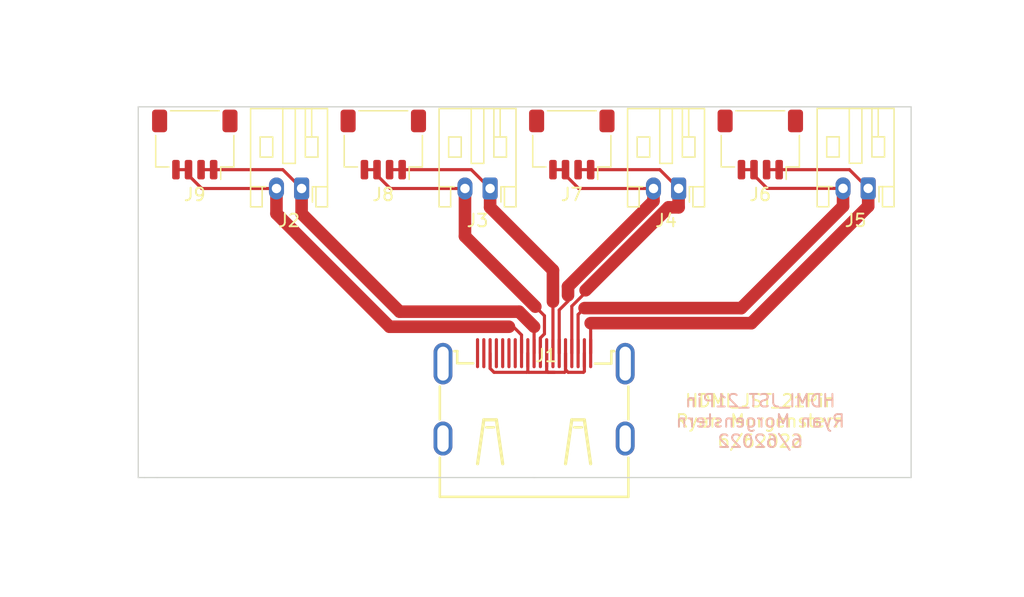
<source format=kicad_pcb>
(kicad_pcb (version 20211014) (generator pcbnew)
  (layers (0 "F.Cu" signal) (31 "B.Cu" signal) (34 "B.Paste" user) (35 "F.Paste" user) (36 "B.SilkS" user "B.Silkscreen") (37 "F.SilkS" user "F.Silkscreen") (38 "B.Mask" user) (39 "F.Mask" user) (44 "Edge.Cuts" user))
  (net 0 "")
  (net 1 "Net-(J1-Pad1)")
  (net 2 "GND")
  (net 3 "Net-(J1-Pad3)")
  (net 4 "Net-(J1-Pad4)")
  (net 5 "Net-(J1-Pad6)")
  (net 6 "Net-(J1-Pad7)")
  (net 7 "Net-(J1-Pad9)")
  (net 8 "Net-(J1-Pad10)")
  (net 9 "Net-(J1-Pad12)")
  (footprint "Connector_JST:JST_SH_SM04B-SRSS-TB_1x04-1MP_P1.00mm_Horizontal" (layer "F.Cu") (at -27 -20 180)
    (fp_text reference "J9" (at 0 -3.98) (layer "F.SilkS"))
    (fp_text value "Conn_01x04")
    (fp_line (start 3.11 0.715) (end 3.11 -1.785) (layer "F.SilkS") (width 0.12))
    (fp_line (start -2.06 -1.785) (end -2.06 -2.775) (layer "F.SilkS") (width 0.12))
    (fp_line (start -3.11 -1.785) (end -2.06 -1.785) (layer "F.SilkS") (width 0.12))
    (fp_line (start 3.11 -1.785) (end 2.06 -1.785) (layer "F.SilkS") (width 0.12))
    (fp_line (start -3.11 0.715) (end -3.11 -1.785) (layer "F.SilkS") (width 0.12))
    (fp_line (start -1.94 2.685) (end 1.94 2.685) (layer "F.SilkS") (width 0.12))
    (pad "1" smd roundrect (at -1.5 -2 180) (size 0.6 1.55) (layers "F.Cu" "F.Paste" "F.Mask") (net 8 "Net-(J1-Pad10)"))
    (pad "2" smd roundrect (at -0.5 -2 180) (size 0.6 1.55) (layers "F.Cu" "F.Paste" "F.Mask") (net 8 "Net-(J1-Pad10)"))
    (pad "3" smd roundrect (at 0.5 -2 180) (size 0.6 1.55) (layers "F.Cu" "F.Paste" "F.Mask") (net 9 "Net-(J1-Pad12)"))
    (pad "4" smd roundrect (at 1.5 -2 180) (size 0.6 1.55) (layers "F.Cu" "F.Paste" "F.Mask") (net 9 "Net-(J1-Pad12)"))
    (pad "MP" smd roundrect (at 2.8 1.875 180) (size 1.2 1.8) (layers "F.Cu" "F.Paste" "F.Mask") (roundrect_rratio 0.2083333333))
    (pad "MP" smd roundrect (at -2.8 1.875 180) (size 1.2 1.8) (layers "F.Cu" "F.Paste" "F.Mask") (roundrect_rratio 0.2083333333))
  )
  (footprint "Connector_JST:JST_PH_S2B-PH-K_1x02_P2.00mm_Horizontal" (layer "F.Cu") (at -18.5 -16.5 180)
    (fp_text reference "J2" (at 1 -2.55) (layer "F.SilkS"))
    (fp_text value "Conn_01x02")
    (fp_line (start -1.14 -1.46) (end -2.06 -1.46) (layer "F.SilkS") (width 0.12))
    (fp_line (start 1.5 2) (end 1.5 6.36) (layer "F.SilkS") (width 0.12))
    (fp_line (start 3.14 0.14) (end 2.86 0.14) (layer "F.SilkS") (width 0.12))
    (fp_line (start -1.3 2.5) (end -1.3 4.1) (layer "F.SilkS") (width 0.12))
    (fp_line (start 4.06 0.14) (end 3.14 0.14) (layer "F.SilkS") (width 0.12))
    (fp_line (start -0.86 0.14) (end -1.14 0.14) (layer "F.SilkS") (width 0.12))
    (fp_line (start 0.5 2) (end 1.5 2) (layer "F.SilkS") (width 0.12))
    (fp_line (start -0.3 2.5) (end -1.3 2.5) (layer "F.SilkS") (width 0.12))
    (fp_line (start -2.06 0.14) (end -1.14 0.14) (layer "F.SilkS") (width 0.12))
    (fp_line (start -1.14 0.14) (end -1.14 -1.46) (layer "F.SilkS") (width 0.12))
    (fp_line (start -0.3 4.1) (end -0.3 2.5) (layer "F.SilkS") (width 0.12))
    (fp_line (start -2.06 -1.46) (end -2.06 6.36) (layer "F.SilkS") (width 0.12))
    (fp_line (start 2.3 2.5) (end 3.3 2.5) (layer "F.SilkS") (width 0.12))
    (fp_line (start 3.3 4.1) (end 2.3 4.1) (layer "F.SilkS") (width 0.12))
    (fp_line (start -1.3 4.1) (end -0.3 4.1) (layer "F.SilkS") (width 0.12))
    (fp_line (start -0.86 0.14) (end -0.86 -1.075) (layer "F.SilkS") (width 0.12))
    (fp_line (start -0.8 4.1) (end -0.8 6.36) (layer "F.SilkS") (width 0.12))
    (fp_line (start 3.14 -1.46) (end 3.14 0.14) (layer "F.SilkS") (width 0.12))
    (fp_line (start 4.06 -1.46) (end 3.14 -1.46) (layer "F.SilkS") (width 0.12))
    (fp_line (start 3.3 2.5) (end 3.3 4.1) (layer "F.SilkS") (width 0.12))
    (fp_line (start -2.06 6.36) (end 4.06 6.36) (layer "F.SilkS") (width 0.12))
    (fp_line (start -0.3 4.1) (end -0.3 6.36) (layer "F.SilkS") (width 0.12))
    (fp_line (start 0.5 6.36) (end 0.5 2) (layer "F.SilkS") (width 0.12))
    (fp_line (start 2.3 4.1) (end 2.3 2.5) (layer "F.SilkS") (width 0.12))
    (fp_line (start 4.06 6.36) (end 4.06 -1.46) (layer "F.SilkS") (width 0.12))
    (pad "1" thru_hole roundrect (at 0 0 180) (size 1.2 1.75) (drill 0.75) (layers *.Cu *.Mask) (roundrect_rratio 0.2083333333) (net 8 "Net-(J1-Pad10)"))
    (pad "2" thru_hole oval (at 2 0 180) (size 1.2 1.75) (drill 0.75) (layers *.Cu *.Mask) (net 9 "Net-(J1-Pad12)"))
  )
  (footprint "Connector_JST:JST_PH_S2B-PH-K_1x02_P2.00mm_Horizontal" (layer "F.Cu") (at 26.584 -16.509 180)
    (fp_text reference "J5" (at 1 -2.55) (layer "F.SilkS"))
    (fp_text value "Conn_01x02")
    (fp_line (start -1.3 4.1) (end -0.3 4.1) (layer "F.SilkS") (width 0.12))
    (fp_line (start 4.06 0.14) (end 3.14 0.14) (layer "F.SilkS") (width 0.12))
    (fp_line (start 4.06 6.36) (end 4.06 -1.46) (layer "F.SilkS") (width 0.12))
    (fp_line (start -0.86 0.14) (end -1.14 0.14) (layer "F.SilkS") (width 0.12))
    (fp_line (start -1.3 2.5) (end -1.3 4.1) (layer "F.SilkS") (width 0.12))
    (fp_line (start 2.3 4.1) (end 2.3 2.5) (layer "F.SilkS") (width 0.12))
    (fp_line (start 3.14 -1.46) (end 3.14 0.14) (layer "F.SilkS") (width 0.12))
    (fp_line (start 0.5 2) (end 1.5 2) (layer "F.SilkS") (width 0.12))
    (fp_line (start 4.06 -1.46) (end 3.14 -1.46) (layer "F.SilkS") (width 0.12))
    (fp_line (start -0.3 2.5) (end -1.3 2.5) (layer "F.SilkS") (width 0.12))
    (fp_line (start 3.3 4.1) (end 2.3 4.1) (layer "F.SilkS") (width 0.12))
    (fp_line (start -1.14 0.14) (end -1.14 -1.46) (layer "F.SilkS") (width 0.12))
    (fp_line (start -0.86 0.14) (end -0.86 -1.075) (layer "F.SilkS") (width 0.12))
    (fp_line (start -0.3 4.1) (end -0.3 2.5) (layer "F.SilkS") (width 0.12))
    (fp_line (start 3.14 0.14) (end 2.86 0.14) (layer "F.SilkS") (width 0.12))
    (fp_line (start 2.3 2.5) (end 3.3 2.5) (layer "F.SilkS") (width 0.12))
    (fp_line (start -2.06 6.36) (end 4.06 6.36) (layer "F.SilkS") (width 0.12))
    (fp_line (start -2.06 0.14) (end -1.14 0.14) (layer "F.SilkS") (width 0.12))
    (fp_line (start 1.5 2) (end 1.5 6.36) (layer "F.SilkS") (width 0.12))
    (fp_line (start -2.06 -1.46) (end -2.06 6.36) (layer "F.SilkS") (width 0.12))
    (fp_line (start -0.3 4.1) (end -0.3 6.36) (layer "F.SilkS") (width 0.12))
    (fp_line (start -1.14 -1.46) (end -2.06 -1.46) (layer "F.SilkS") (width 0.12))
    (fp_line (start 0.5 6.36) (end 0.5 2) (layer "F.SilkS") (width 0.12))
    (fp_line (start -0.8 4.1) (end -0.8 6.36) (layer "F.SilkS") (width 0.12))
    (fp_line (start 3.3 2.5) (end 3.3 4.1) (layer "F.SilkS") (width 0.12))
    (pad "1" thru_hole roundrect (at 0 0 180) (size 1.2 1.75) (drill 0.75) (layers *.Cu *.Mask) (roundrect_rratio 0.2083333333) (net 1 "Net-(J1-Pad1)"))
    (pad "2" thru_hole oval (at 2 0 180) (size 1.2 1.75) (drill 0.75) (layers *.Cu *.Mask) (net 3 "Net-(J1-Pad3)"))
  )
  (footprint "Connector_JST:JST_PH_S2B-PH-K_1x02_P2.00mm_Horizontal" (layer "F.Cu") (at 11.5 -16.5 180)
    (fp_text reference "J4" (at 1 -2.55) (layer "F.SilkS"))
    (fp_text value "Conn_01x02")
    (fp_line (start 1.5 2) (end 1.5 6.36) (layer "F.SilkS") (width 0.12))
    (fp_line (start -0.3 4.1) (end -0.3 2.5) (layer "F.SilkS") (width 0.12))
    (fp_line (start 3.14 0.14) (end 2.86 0.14) (layer "F.SilkS") (width 0.12))
    (fp_line (start -2.06 -1.46) (end -2.06 6.36) (layer "F.SilkS") (width 0.12))
    (fp_line (start 2.3 2.5) (end 3.3 2.5) (layer "F.SilkS") (width 0.12))
    (fp_line (start -2.06 6.36) (end 4.06 6.36) (layer "F.SilkS") (width 0.12))
    (fp_line (start -0.8 4.1) (end -0.8 6.36) (layer "F.SilkS") (width 0.12))
    (fp_line (start -0.86 0.14) (end -1.14 0.14) (layer "F.SilkS") (width 0.12))
    (fp_line (start 4.06 0.14) (end 3.14 0.14) (layer "F.SilkS") (width 0.12))
    (fp_line (start -0.3 2.5) (end -1.3 2.5) (layer "F.SilkS") (width 0.12))
    (fp_line (start -1.3 2.5) (end -1.3 4.1) (layer "F.SilkS") (width 0.12))
    (fp_line (start -1.3 4.1) (end -0.3 4.1) (layer "F.SilkS") (width 0.12))
    (fp_line (start 0.5 2) (end 1.5 2) (layer "F.SilkS") (width 0.12))
    (fp_line (start 2.3 4.1) (end 2.3 2.5) (layer "F.SilkS") (width 0.12))
    (fp_line (start -0.86 0.14) (end -0.86 -1.075) (layer "F.SilkS") (width 0.12))
    (fp_line (start 4.06 6.36) (end 4.06 -1.46) (layer "F.SilkS") (width 0.12))
    (fp_line (start 3.3 2.5) (end 3.3 4.1) (layer "F.SilkS") (width 0.12))
    (fp_line (start 3.3 4.1) (end 2.3 4.1) (layer "F.SilkS") (width 0.12))
    (fp_line (start 0.5 6.36) (end 0.5 2) (layer "F.SilkS") (width 0.12))
    (fp_line (start -0.3 4.1) (end -0.3 6.36) (layer "F.SilkS") (width 0.12))
    (fp_line (start -2.06 0.14) (end -1.14 0.14) (layer "F.SilkS") (width 0.12))
    (fp_line (start -1.14 0.14) (end -1.14 -1.46) (layer "F.SilkS") (width 0.12))
    (fp_line (start 4.06 -1.46) (end 3.14 -1.46) (layer "F.SilkS") (width 0.12))
    (fp_line (start 3.14 -1.46) (end 3.14 0.14) (layer "F.SilkS") (width 0.12))
    (fp_line (start -1.14 -1.46) (end -2.06 -1.46) (layer "F.SilkS") (width 0.12))
    (pad "1" thru_hole roundrect (at 0 0 180) (size 1.2 1.75) (drill 0.75) (layers *.Cu *.Mask) (roundrect_rratio 0.2083333333) (net 4 "Net-(J1-Pad4)"))
    (pad "2" thru_hole oval (at 2 0 180) (size 1.2 1.75) (drill 0.75) (layers *.Cu *.Mask) (net 5 "Net-(J1-Pad6)"))
  )
  (footprint "Connector_JST:JST_SH_SM04B-SRSS-TB_1x04-1MP_P1.00mm_Horizontal" (layer "F.Cu") (at 18 -20 180)
    (fp_text reference "J6" (at 0 -3.98) (layer "F.SilkS"))
    (fp_text value "Conn_01x04")
    (fp_line (start -1.94 2.685) (end 1.94 2.685) (layer "F.SilkS") (width 0.12))
    (fp_line (start -3.11 -1.785) (end -2.06 -1.785) (layer "F.SilkS") (width 0.12))
    (fp_line (start -2.06 -1.785) (end -2.06 -2.775) (layer "F.SilkS") (width 0.12))
    (fp_line (start 3.11 0.715) (end 3.11 -1.785) (layer "F.SilkS") (width 0.12))
    (fp_line (start -3.11 0.715) (end -3.11 -1.785) (layer "F.SilkS") (width 0.12))
    (fp_line (start 3.11 -1.785) (end 2.06 -1.785) (layer "F.SilkS") (width 0.12))
    (pad "1" smd roundrect (at -1.5 -2 180) (size 0.6 1.55) (layers "F.Cu" "F.Paste" "F.Mask") (net 1 "Net-(J1-Pad1)"))
    (pad "2" smd roundrect (at -0.5 -2 180) (size 0.6 1.55) (layers "F.Cu" "F.Paste" "F.Mask") (net 1 "Net-(J1-Pad1)"))
    (pad "3" smd roundrect (at 0.5 -2 180) (size 0.6 1.55) (layers "F.Cu" "F.Paste" "F.Mask") (net 3 "Net-(J1-Pad3)"))
    (pad "4" smd roundrect (at 1.5 -2 180) (size 0.6 1.55) (layers "F.Cu" "F.Paste" "F.Mask") (net 3 "Net-(J1-Pad3)"))
    (pad "MP" smd roundrect (at 2.8 1.875 180) (size 1.2 1.8) (layers "F.Cu" "F.Paste" "F.Mask") (roundrect_rratio 0.2083333333))
    (pad "MP" smd roundrect (at -2.8 1.875 180) (size 1.2 1.8) (layers "F.Cu" "F.Paste" "F.Mask") (roundrect_rratio 0.2083333333))
  )
  (footprint "Connector_JST:JST_PH_S2B-PH-K_1x02_P2.00mm_Horizontal" (layer "F.Cu") (at -3.5 -16.5 180)
    (fp_text reference "J3" (at 1 -2.55) (layer "F.SilkS"))
    (fp_text value "Conn_01x02")
    (fp_line (start -0.8 4.1) (end -0.8 6.36) (layer "F.SilkS") (width 0.12))
    (fp_line (start -1.3 4.1) (end -0.3 4.1) (layer "F.SilkS") (width 0.12))
    (fp_line (start 2.3 4.1) (end 2.3 2.5) (layer "F.SilkS") (width 0.12))
    (fp_line (start -1.14 0.14) (end -1.14 -1.46) (layer "F.SilkS") (width 0.12))
    (fp_line (start 3.3 4.1) (end 2.3 4.1) (layer "F.SilkS") (width 0.12))
    (fp_line (start 1.5 2) (end 1.5 6.36) (layer "F.SilkS") (width 0.12))
    (fp_line (start 2.3 2.5) (end 3.3 2.5) (layer "F.SilkS") (width 0.12))
    (fp_line (start -2.06 -1.46) (end -2.06 6.36) (layer "F.SilkS") (width 0.12))
    (fp_line (start -2.06 6.36) (end 4.06 6.36) (layer "F.SilkS") (width 0.12))
    (fp_line (start 4.06 6.36) (end 4.06 -1.46) (layer "F.SilkS") (width 0.12))
    (fp_line (start 3.14 0.14) (end 2.86 0.14) (layer "F.SilkS") (width 0.12))
    (fp_line (start -0.3 4.1) (end -0.3 6.36) (layer "F.SilkS") (width 0.12))
    (fp_line (start -1.3 2.5) (end -1.3 4.1) (layer "F.SilkS") (width 0.12))
    (fp_line (start -0.3 4.1) (end -0.3 2.5) (layer "F.SilkS") (width 0.12))
    (fp_line (start -0.86 0.14) (end -1.14 0.14) (layer "F.SilkS") (width 0.12))
    (fp_line (start -0.3 2.5) (end -1.3 2.5) (layer "F.SilkS") (width 0.12))
    (fp_line (start 4.06 0.14) (end 3.14 0.14) (layer "F.SilkS") (width 0.12))
    (fp_line (start -2.06 0.14) (end -1.14 0.14) (layer "F.SilkS") (width 0.12))
    (fp_line (start 0.5 6.36) (end 0.5 2) (layer "F.SilkS") (width 0.12))
    (fp_line (start 3.3 2.5) (end 3.3 4.1) (layer "F.SilkS") (width 0.12))
    (fp_line (start 3.14 -1.46) (end 3.14 0.14) (layer "F.SilkS") (width 0.12))
    (fp_line (start 0.5 2) (end 1.5 2) (layer "F.SilkS") (width 0.12))
    (fp_line (start -1.14 -1.46) (end -2.06 -1.46) (layer "F.SilkS") (width 0.12))
    (fp_line (start -0.86 0.14) (end -0.86 -1.075) (layer "F.SilkS") (width 0.12))
    (fp_line (start 4.06 -1.46) (end 3.14 -1.46) (layer "F.SilkS") (width 0.12))
    (pad "1" thru_hole roundrect (at 0 0 180) (size 1.2 1.75) (drill 0.75) (layers *.Cu *.Mask) (roundrect_rratio 0.2083333333) (net 6 "Net-(J1-Pad7)"))
    (pad "2" thru_hole oval (at 2 0 180) (size 1.2 1.75) (drill 0.75) (layers *.Cu *.Mask) (net 7 "Net-(J1-Pad9)"))
  )
  (footprint "Connector_JST:JST_SH_SM04B-SRSS-TB_1x04-1MP_P1.00mm_Horizontal" (layer "F.Cu") (at -12 -20 180)
    (fp_text reference "J8" (at 0 -3.98) (layer "F.SilkS"))
    (fp_text value "Conn_01x04")
    (fp_line (start 3.11 0.715) (end 3.11 -1.785) (layer "F.SilkS") (width 0.12))
    (fp_line (start -1.94 2.685) (end 1.94 2.685) (layer "F.SilkS") (width 0.12))
    (fp_line (start -3.11 0.715) (end -3.11 -1.785) (layer "F.SilkS") (width 0.12))
    (fp_line (start 3.11 -1.785) (end 2.06 -1.785) (layer "F.SilkS") (width 0.12))
    (fp_line (start -2.06 -1.785) (end -2.06 -2.775) (layer "F.SilkS") (width 0.12))
    (fp_line (start -3.11 -1.785) (end -2.06 -1.785) (layer "F.SilkS") (width 0.12))
    (pad "1" smd roundrect (at -1.5 -2 180) (size 0.6 1.55) (layers "F.Cu" "F.Paste" "F.Mask") (net 6 "Net-(J1-Pad7)"))
    (pad "2" smd roundrect (at -0.5 -2 180) (size 0.6 1.55) (layers "F.Cu" "F.Paste" "F.Mask") (net 6 "Net-(J1-Pad7)"))
    (pad "3" smd roundrect (at 0.5 -2 180) (size 0.6 1.55) (layers "F.Cu" "F.Paste" "F.Mask") (net 7 "Net-(J1-Pad9)"))
    (pad "4" smd roundrect (at 1.5 -2 180) (size 0.6 1.55) (layers "F.Cu" "F.Paste" "F.Mask") (net 7 "Net-(J1-Pad9)"))
    (pad "MP" smd roundrect (at 2.8 1.875 180) (size 1.2 1.8) (layers "F.Cu" "F.Paste" "F.Mask") (roundrect_rratio 0.2083333333))
    (pad "MP" smd roundrect (at -2.8 1.875 180) (size 1.2 1.8) (layers "F.Cu" "F.Paste" "F.Mask") (roundrect_rratio 0.2083333333))
  )
  (footprint "Connector_JST:JST_SH_SM04B-SRSS-TB_1x04-1MP_P1.00mm_Horizontal" (layer "F.Cu") (at 3 -20 180)
    (fp_text reference "J7" (at 0 -3.98) (layer "F.SilkS"))
    (fp_text value "Conn_01x04")
    (fp_line (start 3.11 -1.785) (end 2.06 -1.785) (layer "F.SilkS") (width 0.12))
    (fp_line (start -3.11 0.715) (end -3.11 -1.785) (layer "F.SilkS") (width 0.12))
    (fp_line (start -3.11 -1.785) (end -2.06 -1.785) (layer "F.SilkS") (width 0.12))
    (fp_line (start -2.06 -1.785) (end -2.06 -2.775) (layer "F.SilkS") (width 0.12))
    (fp_line (start 3.11 0.715) (end 3.11 -1.785) (layer "F.SilkS") (width 0.12))
    (fp_line (start -1.94 2.685) (end 1.94 2.685) (layer "F.SilkS") (width 0.12))
    (pad "1" smd roundrect (at -1.5 -2 180) (size 0.6 1.55) (layers "F.Cu" "F.Paste" "F.Mask") (net 4 "Net-(J1-Pad4)"))
    (pad "2" smd roundrect (at -0.5 -2 180) (size 0.6 1.55) (layers "F.Cu" "F.Paste" "F.Mask") (net 4 "Net-(J1-Pad4)"))
    (pad "3" smd roundrect (at 0.5 -2 180) (size 0.6 1.55) (layers "F.Cu" "F.Paste" "F.Mask") (net 5 "Net-(J1-Pad6)"))
    (pad "4" smd roundrect (at 1.5 -2 180) (size 0.6 1.55) (layers "F.Cu" "F.Paste" "F.Mask") (net 5 "Net-(J1-Pad6)"))
    (pad "MP" smd roundrect (at 2.8 1.875 180) (size 1.2 1.8) (layers "F.Cu" "F.Paste" "F.Mask") (roundrect_rratio 0.2083333333))
    (pad "MP" smd roundrect (at -2.8 1.875 180) (size 1.2 1.8) (layers "F.Cu" "F.Paste" "F.Mask") (roundrect_rratio 0.2083333333))
  )
  (footprint "0_21Pin_FootprintLib:HDMI-SMD_HDMI-019S" (layer "F.Cu") (at 0 0)
    (fp_text reference "J1" (at 0 -3.207) (layer "F.SilkS") (effects (justify left)))
    (fp_text value "HDMI_A")
    (fp_line (start 4 1.904) (end 4.5 5.404) (layer "F.SilkS") (width 0.254))
    (fp_line (start 6.145 -2.575) (end 6.145 -3.563) (layer "F.SilkS") (width 0.2))
    (fp_line (start 6.352 -3.563) (end 6.352 -3.556) (layer "F.SilkS") (width 0.2))
    (fp_line (start -6.107 -3.545) (end -6.12 -3.545) (layer "F.SilkS") (width 0.2))
    (fp_line (start 7.5 1.876) (end 7.5 -0.743) (layer "F.SilkS") (width 0.2))
    (fp_line (start -6.35 -3.557) (end -6.107 -3.557) (layer "F.SilkS") (width 0.2))
    (fp_line (start 4.83 -2.565) (end 6.08 -2.565) (layer "F.SilkS") (width 0.2))
    (fp_line (start -3.2 2.504) (end -3.8 2.504) (layer "F.SilkS") (width 0.2))
    (fp_line (start 6.08 -2.565) (end 6.08 -2.575) (layer "F.SilkS") (width 0.2))
    (fp_line (start -7.5 1.875) (end -7.5 -0.743) (layer "F.SilkS") (width 0.2))
    (fp_line (start -6.107 -3.557) (end -6.107 -3.545) (layer "F.SilkS") (width 0.2))
    (fp_line (start -6.12 -2.592) (end -4.837 -2.592) (layer "F.SilkS") (width 0.2))
    (fp_line (start 7.5 8.036) (end 7.5 4.917) (layer "F.SilkS") (width 0.2))
    (fp_line (start 6.145 -3.563) (end 6.352 -3.563) (layer "F.SilkS") (width 0.2))
    (fp_line (start 3.2 2.504) (end 3.8 2.504) (layer "F.SilkS") (width 0.2))
    (fp_line (start -3 1.904) (end -4 1.904) (layer "F.SilkS") (width 0.254))
    (fp_line (start -6.12 -3.545) (end -6.12 -2.592) (layer "F.SilkS") (width 0.2))
    (fp_line (start 2.5 5.404) (end 3 1.904) (layer "F.SilkS") (width 0.254))
    (fp_line (start -7.5 8.036) (end -7.5 4.917) (layer "F.SilkS") (width 0.2))
    (fp_line (start 6.08 -2.575) (end 6.145 -2.575) (layer "F.SilkS") (width 0.2))
    (fp_line (start -2.5 5.404) (end -3 1.904) (layer "F.SilkS") (width 0.254))
    (fp_line (start -7.5 8.036) (end 7.5 8.036) (layer "F.SilkS") (width 0.2))
    (fp_line (start 3 1.904) (end 4 1.904) (layer "F.SilkS") (width 0.254))
    (fp_line (start -4 1.904) (end -4.5 5.404) (layer "F.SilkS") (width 0.254))
    (pad "1" smd oval (at 4.501 -3.396) (size 0.25 2.4) (layers "F.Cu" "F.Paste" "F.Mask") (net 1 "Net-(J1-Pad1)"))
    (pad "2" smd oval (at 4.001 -3.396) (size 0.25 2.4) (layers "F.Cu" "F.Paste" "F.Mask") (net 2 "GND"))
    (pad "3" smd oval (at 3.501 -3.396) (size 0.25 2.4) (layers "F.Cu" "F.Paste" "F.Mask") (net 3 "Net-(J1-Pad3)"))
    (pad "4" smd oval (at 3.001 -3.396) (size 0.25 2.4) (layers "F.Cu" "F.Paste" "F.Mask") (net 4 "Net-(J1-Pad4)"))
    (pad "5" smd oval (at 2.5 -3.396) (size 0.25 2.4) (layers "F.Cu" "F.Paste" "F.Mask") (net 2 "GND"))
    (pad "6" smd oval (at 2 -3.396) (size 0.25 2.4) (layers "F.Cu" "F.Paste" "F.Mask") (net 5 "Net-(J1-Pad6)"))
    (pad "7" smd oval (at 1.5 -3.396) (size 0.25 2.4) (layers "F.Cu" "F.Paste" "F.Mask") (net 6 "Net-(J1-Pad7)"))
    (pad "8" smd oval (at 1 -3.396) (size 0.25 2.4) (layers "F.Cu" "F.Paste" "F.Mask") (net 2 "GND"))
    (pad "9" smd oval (at 0.5 -3.396) (size 0.25 2.4) (layers "F.Cu" "F.Paste" "F.Mask") (net 7 "Net-(J1-Pad9)"))
    (pad "10" smd oval (at 0 -3.396) (size 0.25 2.4) (layers "F.Cu" "F.Paste" "F.Mask") (net 8 "Net-(J1-Pad10)"))
    (pad "11" smd oval (at -0.5 -3.396) (size 0.25 2.4) (layers "F.Cu" "F.Paste" "F.Mask") (net 2 "GND"))
    (pad "12" smd oval (at -1 -3.396) (size 0.25 2.4) (layers "F.Cu" "F.Paste" "F.Mask") (net 9 "Net-(J1-Pad12)"))
    (pad "13" smd oval (at -1.5 -3.396) (size 0.25 2.4) (layers "F.Cu" "F.Paste" "F.Mask"))
    (pad "14" smd oval (at -2 -3.396) (size 0.25 2.4) (layers "F.Cu" "F.Paste" "F.Mask"))
    (pad "15" smd oval (at -2.5 -3.396) (size 0.25 2.4) (layers "F.Cu" "F.Paste" "F.Mask"))
    (pad "16" smd oval (at -3.001 -3.396) (size 0.25 2.4) (layers "F.Cu" "F.Paste" "F.Mask"))
    (pad "17" smd oval (at -3.501 -3.396) (size 0.25 2.4) (layers "F.Cu" "F.Paste" "F.Mask") (net 2 "GND"))
    (pad "18" smd oval (at -4.001 -3.396) (size 0.25 2.4) (layers "F.Cu" "F.Paste" "F.Mask"))
    (pad "19" smd oval (at -4.501 -3.396) (size 0.25 2.4) (layers "F.Cu" "F.Paste" "F.Mask"))
    (pad "20" thru_hole oval (at 7.25 3.396) (size 1.5 2.7) (drill oval 0.9 2.1) (layers *.Cu *.Mask))
    (pad "21" thru_hole oval (at -7.25 3.396) (size 1.5 2.7) (drill oval 0.9 2.1) (layers *.Cu *.Mask))
    (pad "22" thru_hole oval (at 7.25 -2.564) (size 1.5 3.3) (drill oval 0.9 2.7) (layers *.Cu *.Mask))
    (pad "23" thru_hole oval (at -7.25 -2.564) (size 1.5 3.3) (drill oval 0.9 2.7) (layers *.Cu *.Mask))
  )
  (gr_line (start -30 6.5) (end -31 6.5) (layer "Edge.Cuts") (width 0.1))
  (gr_line (start 30 -23) (end -31.5 -23) (layer "Edge.Cuts") (width 0.1))
  (gr_line (start 30 6.5) (end 30 -23) (layer "Edge.Cuts") (width 0.1))
  (gr_line (start -31.5 -23) (end -31.5 6.5) (layer "Edge.Cuts") (width 0.1))
  (gr_line (start -31.5 6.5) (end -31 6.5) (layer "Edge.Cuts") (width 0.1))
  (gr_line (start 0 6.5) (end -30 6.5) (layer "Edge.Cuts") (width 0.1))
  (gr_line (start 0 6.5) (end 30 6.5) (layer "Edge.Cuts") (width 0.1))
  (gr_text "HDMI_JST_21Pin\nRyan Morgenstern\n6/62022" (at 18 2) (layer "B.SilkS") (effects (font (size 1 1)) (justify mirror)))
  (gr_text "HDMI_JST_21Pin\nRyan Morgenstern\n6/62022" (at 18 2) (layer "F.SilkS") (effects (font (size 1 1))))
  (segment (start 4.501 -5.783673) (end 4.5 -5.784673) (width 0.25) (layer "F.Cu") (net 1))
  (segment (start 25.093 -18) (end 26.584 -16.509) (width 0.25) (layer "F.Cu") (net 1))
  (segment (start 17.284672 -5.784672) (end 26.584 -15.084) (width 1) (layer "F.Cu") (net 1))
  (segment (start 4.5 -5.784673) (end 17.284672 -5.784672) (width 1) (layer "F.Cu") (net 1))
  (segment (start 19.5 -18) (end 25.093 -18) (width 0.25) (layer "F.Cu") (net 1))
  (segment (start 19.5 -18) (end 18.5 -18) (width 0.25) (layer "F.Cu") (net 1))
  (segment (start 4.501 -3.396) (end 4.501 -5.783673) (width 0.25) (layer "F.Cu") (net 1))
  (segment (start 26.584 -15.084) (end 26.584 -16.509) (width 1) (layer "F.Cu") (net 1))
  (segment (start -3.501 -2.185283) (end -3.501 -3.396) (width 0.25) (layer "F.Cu") (net 2))
  (segment (start -0.5 -1.946) (end -0.57452 -1.87148) (width 0.25) (layer "F.Cu") (net 2))
  (segment (start -0.57452 -1.87148) (end -3.187197 -1.87148) (width 0.25) (layer "F.Cu") (net 2))
  (segment (start 2.5 -1.946) (end 2.42548 -1.87148) (width 0.25) (layer "F.Cu") (net 2))
  (segment (start -0.5 -3.396) (end -0.5 -1.946) (width 0.25) (layer "F.Cu") (net 2))
  (segment (start 1 -2) (end 1 -3.396) (width 0.25) (layer "F.Cu") (net 2))
  (segment (start 3.92648 -1.87148) (end 2.712843 -1.87148) (width 0.25) (layer "F.Cu") (net 2))
  (segment (start 2.5 -2.084323) (end 2.5 -3.396) (width 0.25) (layer "F.Cu") (net 2))
  (segment (start 4.001 -3.396) (end 4.001 -1.946) (width 0.25) (layer "F.Cu") (net 2))
  (segment (start 1.12852 -1.87148) (end 1 -2) (width 0.25) (layer "F.Cu") (net 2))
  (segment (start 2.5 -3.396) (end 2.5 -1.946) (width 0.25) (layer "F.Cu") (net 2))
  (segment (start -0.5 -1.946) (end -0.42548 -1.87148) (width 0.25) (layer "F.Cu") (net 2))
  (segment (start -3.187197 -1.87148) (end -3.501 -2.185283) (width 0.25) (layer "F.Cu") (net 2))
  (segment (start 2.42548 -1.87148) (end 1.12852 -1.87148) (width 0.25) (layer "F.Cu") (net 2))
  (segment (start 2.712843 -1.87148) (end 2.5 -2.084323) (width 0.25) (layer "F.Cu") (net 2))
  (segment (start 4.001 -1.946) (end 3.92648 -1.87148) (width 0.25) (layer "F.Cu") (net 2))
  (segment (start -0.42548 -1.87148) (end 1.62852 -1.87148) (width 0.25) (layer "F.Cu") (net 2))
  (segment (start 3.501 -6.469386) (end 4.015807 -6.984193) (width 0.25) (layer "F.Cu") (net 3))
  (segment (start 3.501 -3.396) (end 3.501 -6.469386) (width 0.25) (layer "F.Cu") (net 3))
  (segment (start 17.5 -17.553928) (end 18.544928 -16.509) (width 0.25) (layer "F.Cu") (net 3))
  (segment (start 18.544928 -16.509) (end 24.584 -16.509) (width 0.25) (layer "F.Cu") (net 3))
  (segment (start 24.584 -16.509) (end 24.584 -15.084) (width 1) (layer "F.Cu") (net 3))
  (segment (start 24.584 -15.084) (end 16.484192 -6.984192) (width 1) (layer "F.Cu") (net 3))
  (segment (start 17.5 -18) (end 17.5 -17.553928) (width 0.25) (layer "F.Cu") (net 3))
  (segment (start 16.5 -18) (end 17.5 -18) (width 0.25) (layer "F.Cu") (net 3))
  (segment (start 16.484192 -6.984192) (end 4.015807 -6.984193) (width 1) (layer "F.Cu") (net 3))
  (segment (start 11.5 -15) (end 10.696378 -15) (width 1) (layer "F.Cu") (net 4))
  (segment (start 4.5 -18) (end 3.5 -18) (width 0.25) (layer "F.Cu") (net 4))
  (segment (start 3.001 -7.135433) (end 4.098189 -8.232622) (width 0.25) (layer "F.Cu") (net 4))
  (segment (start 4.5 -18) (end 10 -18) (width 0.25) (layer "F.Cu") (net 4))
  (segment (start 3.001 -3.396) (end 3.001 -7.135433) (width 0.25) (layer "F.Cu") (net 4))
  (segment (start 4.098189 -8.232622) (end 4.098189 -8.401811) (width 0.25) (layer "F.Cu") (net 4))
  (segment (start 11.5 -16.5) (end 11.5 -15) (width 1) (layer "F.Cu") (net 4))
  (segment (start 10 -18) (end 11.5 -16.5) (width 0.25) (layer "F.Cu") (net 4))
  (segment (start 10.696378 -15) (end 4.098189 -8.401811) (width 1) (layer "F.Cu") (net 4))
  (segment (start 2.5 -17.553928) (end 3.553928 -16.5) (width 0.25) (layer "F.Cu") (net 5))
  (segment (start 2 -6.833953) (end 2.69952 -7.533473) (width 0.25) (layer "F.Cu") (net 5))
  (segment (start 9.5 -16.5) (end 9.5 -15.5) (width 1) (layer "F.Cu") (net 5))
  (segment (start 2.69952 -7.533473) (end 2.69952 -8) (width 0.25) (layer "F.Cu") (net 5))
  (segment (start 9.5 -15.5) (end 2.69952 -8.69952) (width 1) (layer "F.Cu") (net 5))
  (segment (start 2.69952 -8.69952) (end 2.69952 -8) (width 1) (layer "F.Cu") (net 5))
  (segment (start 2.5 -18) (end 2.5 -17.553928) (width 0.25) (layer "F.Cu") (net 5))
  (segment (start 2.5 -18) (end 1.5 -18) (width 0.25) (layer "F.Cu") (net 5))
  (segment (start 3.553928 -16.5) (end 9.5 -16.5) (width 0.25) (layer "F.Cu") (net 5))
  (segment (start 2 -3.396) (end 2 -6.833953) (width 0.25) (layer "F.Cu") (net 5))
  (segment (start -3.5 -16.5) (end -3.5 -15) (width 1) (layer "F.Cu") (net 6))
  (segment (start -10.5 -18) (end -5 -18) (width 0.25) (layer "F.Cu") (net 6))
  (segment (start -11.5 -18) (end -10.5 -18) (width 0.25) (layer "F.Cu") (net 6))
  (segment (start 1.5 -10) (end 1.5 -7.5) (width 1) (layer "F.Cu") (net 6))
  (segment (start 1.5 -3.396) (end 1.5 -7.5) (width 0.25) (layer "F.Cu") (net 6))
  (segment (start -5 -18) (end -3.5 -16.5) (width 0.25) (layer "F.Cu") (net 6))
  (segment (start -3.5 -15) (end 1.5 -10) (width 1) (layer "F.Cu") (net 6))
  (segment (start 0.5 -3.396) (end 0.5 -4.606717) (width 0.25) (layer "F.Cu") (net 7))
  (segment (start -5.5 -12.696377) (end 0.098188 -7.098189) (width 1) (layer "F.Cu") (net 7))
  (segment (start -12.5 -18) (end -12.5 -17.553928) (width 0.25) (layer "F.Cu") (net 7))
  (segment (start 0.82452 -4.931237) (end 0.82452 -6.371857) (width 0.25) (layer "F.Cu") (net 7))
  (segment (start -11.446072 -16.5) (end -5.5 -16.5) (width 0.25) (layer "F.Cu") (net 7))
  (segment (start 0.82452 -6.371857) (end 0.098188 -7.098189) (width 0.25) (layer "F.Cu") (net 7))
  (segment (start -12.5 -17.553928) (end -11.446072 -16.5) (width 0.25) (layer "F.Cu") (net 7))
  (segment (start -5.5 -16.5) (end -5.5 -12.696377) (width 1) (layer "F.Cu") (net 7))
  (segment (start 0.5 -4.606717) (end 0.82452 -4.931237) (width 0.25) (layer "F.Cu") (net 7))
  (segment (start -13.5 -18) (end -12.5 -18) (width 0.25) (layer "F.Cu") (net 7))
  (segment (start -20 -18) (end -18.5 -16.5) (width 0.25) (layer "F.Cu") (net 8))
  (segment (start 0 -3.396) (end 0 -5.5) (width 0.25) (layer "F.Cu") (net 8))
  (segment (start -25.5 -18) (end -20 -18) (width 0.25) (layer "F.Cu") (net 8))
  (segment (start -18.5 -14.5) (end -10.69952 -6.69952) (width 1) (layer "F.Cu") (net 8))
  (segment (start -10.69952 -6.69952) (end -1.19952 -6.69952) (width 1) (layer "F.Cu") (net 8))
  (segment (start -1.19952 -6.69952) (end 0 -5.5) (width 1) (layer "F.Cu") (net 8))
  (segment (start -18.5 -16.5) (end -18.5 -14.5) (width 1) (layer "F.Cu") (net 8))
  (segment (start -26.5 -18) (end -25.5 -18) (width 0.25) (layer "F.Cu") (net 8))
  (segment (start -11.5 -5.5) (end -2 -5.5) (width 1) (layer "F.Cu") (net 9))
  (segment (start -27.5 -17.553928) (end -26.446072 -16.5) (width 0.25) (layer "F.Cu") (net 9))
  (segment (start -1 -3.396) (end -1 -4.846) (width 0.25) (layer "F.Cu") (net 9))
  (segment (start -20.5 -14.5) (end -11.5 -5.5) (width 1) (layer "F.Cu") (net 9))
  (segment (start -26.446072 -16.5) (end -20.5 -16.5) (width 0.25) (layer "F.Cu") (net 9))
  (segment (start -1 -4.846) (end -1.654 -5.5) (width 0.25) (layer "F.Cu") (net 9))
  (segment (start -20.5 -16.5) (end -20.5 -14.5) (width 1) (layer "F.Cu") (net 9))
  (segment (start -27.5 -18) (end -27.5 -17.553928) (width 0.25) (layer "F.Cu") (net 9))
  (segment (start -28.5 -18) (end -27.5 -18) (width 0.25) (layer "F.Cu") (net 9))
  (segment (start -1.654 -5.5) (end -2 -5.5) (width 0.25) (layer "F.Cu") (net 9))
)
</source>
